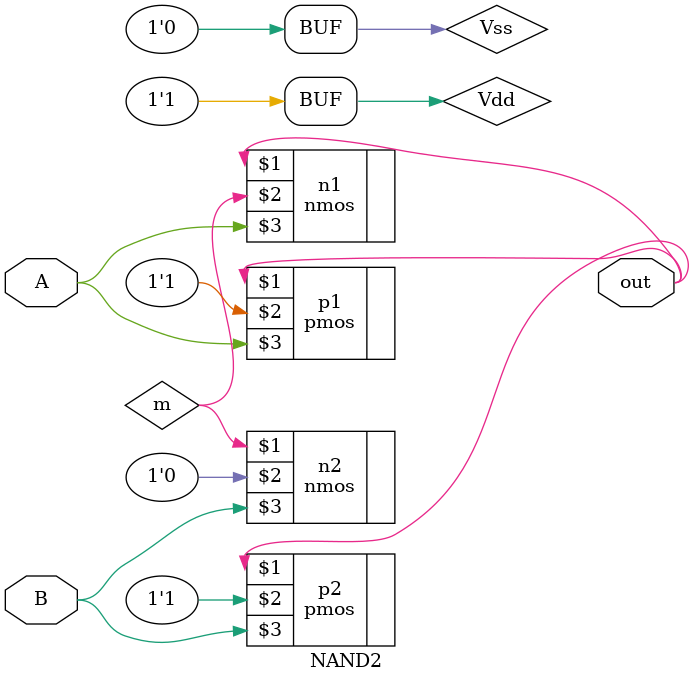
<source format=v>

module NAND2 (A ,B , out);
  output out;
  input A,B;
  supply1 Vdd;
  supply0 Vss;
  wire m;
  pmos p1 (out,Vdd,A); 
  nmos n1 (out,m,A);
  pmos p2 (out,Vdd,B);
  nmos n2 (m,Vss,B);
 endmodule
</source>
